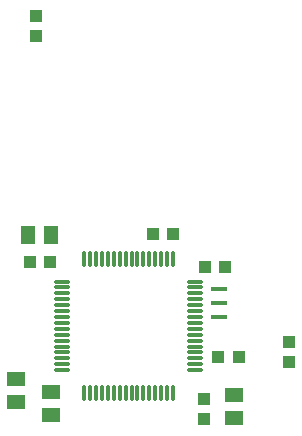
<source format=gbr>
G04 EAGLE Gerber RS-274X export*
G75*
%MOMM*%
%FSLAX34Y34*%
%LPD*%
%INSolderpaste Bottom*%
%IPPOS*%
%AMOC8*
5,1,8,0,0,1.08239X$1,22.5*%
G01*
%ADD10R,1.000000X1.100000*%
%ADD11R,1.300000X1.500000*%
%ADD12R,1.399997X0.400000*%
%ADD13R,1.100000X1.000000*%
%ADD14R,1.500000X1.300000*%
%ADD15C,0.300000*%


D10*
X365470Y261669D03*
X365470Y244669D03*
D11*
X163842Y352307D03*
X144842Y352307D03*
D12*
X306545Y307130D03*
X306545Y295130D03*
X306545Y283130D03*
D13*
X151440Y537702D03*
X151440Y520702D03*
D14*
X318958Y197647D03*
X318958Y216647D03*
X164277Y219441D03*
X164277Y200441D03*
D13*
X163016Y329796D03*
X146016Y329796D03*
D10*
X293873Y197004D03*
X293873Y214004D03*
D13*
X305995Y249354D03*
X322995Y249354D03*
X267184Y353284D03*
X250184Y353284D03*
X294789Y325514D03*
X311789Y325514D03*
D14*
X134620Y211480D03*
X134620Y230480D03*
D15*
X267370Y327090D02*
X267370Y337090D01*
X262370Y337090D02*
X262370Y327090D01*
X257370Y327090D02*
X257370Y337090D01*
X252370Y337090D02*
X252370Y327090D01*
X247370Y327090D02*
X247370Y337090D01*
X242370Y337090D02*
X242370Y327090D01*
X237370Y327090D02*
X237370Y337090D01*
X232370Y337090D02*
X232370Y327090D01*
X227370Y327090D02*
X227370Y337090D01*
X222370Y337090D02*
X222370Y327090D01*
X217370Y327090D02*
X217370Y337090D01*
X212370Y337090D02*
X212370Y327090D01*
X207370Y327090D02*
X207370Y337090D01*
X202370Y337090D02*
X202370Y327090D01*
X197370Y327090D02*
X197370Y337090D01*
X192370Y337090D02*
X192370Y327090D01*
X178370Y313090D02*
X168370Y313090D01*
X168370Y308090D02*
X178370Y308090D01*
X178370Y303090D02*
X168370Y303090D01*
X168370Y298090D02*
X178370Y298090D01*
X178370Y293090D02*
X168370Y293090D01*
X168370Y288090D02*
X178370Y288090D01*
X178370Y283090D02*
X168370Y283090D01*
X168370Y278090D02*
X178370Y278090D01*
X178370Y273090D02*
X168370Y273090D01*
X168370Y268090D02*
X178370Y268090D01*
X178370Y263090D02*
X168370Y263090D01*
X168370Y258090D02*
X178370Y258090D01*
X178370Y253090D02*
X168370Y253090D01*
X168370Y248090D02*
X178370Y248090D01*
X178370Y243090D02*
X168370Y243090D01*
X168370Y238090D02*
X178370Y238090D01*
X192370Y224090D02*
X192370Y214090D01*
X197370Y214090D02*
X197370Y224090D01*
X202370Y224090D02*
X202370Y214090D01*
X207370Y214090D02*
X207370Y224090D01*
X212370Y224090D02*
X212370Y214090D01*
X217370Y214090D02*
X217370Y224090D01*
X222370Y224090D02*
X222370Y214090D01*
X227370Y214090D02*
X227370Y224090D01*
X232370Y224090D02*
X232370Y214090D01*
X237370Y214090D02*
X237370Y224090D01*
X242370Y224090D02*
X242370Y214090D01*
X247370Y214090D02*
X247370Y224090D01*
X252370Y224090D02*
X252370Y214090D01*
X257370Y214090D02*
X257370Y224090D01*
X262370Y224090D02*
X262370Y214090D01*
X267370Y214090D02*
X267370Y224090D01*
X281370Y238090D02*
X291370Y238090D01*
X291370Y243090D02*
X281370Y243090D01*
X281370Y248090D02*
X291370Y248090D01*
X291370Y253090D02*
X281370Y253090D01*
X281370Y258090D02*
X291370Y258090D01*
X291370Y263090D02*
X281370Y263090D01*
X281370Y268090D02*
X291370Y268090D01*
X291370Y273090D02*
X281370Y273090D01*
X281370Y278090D02*
X291370Y278090D01*
X291370Y283090D02*
X281370Y283090D01*
X281370Y288090D02*
X291370Y288090D01*
X291370Y293090D02*
X281370Y293090D01*
X281370Y298090D02*
X291370Y298090D01*
X291370Y303090D02*
X281370Y303090D01*
X281370Y308090D02*
X291370Y308090D01*
X291370Y313090D02*
X281370Y313090D01*
M02*

</source>
